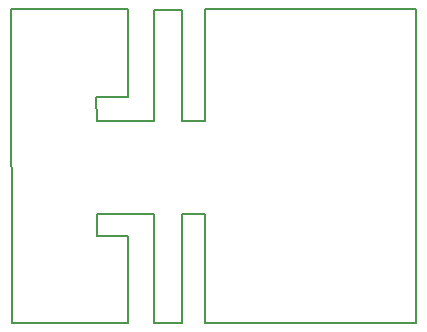
<source format=gbr>
%TF.GenerationSoftware,KiCad,Pcbnew,8.0.1*%
%TF.CreationDate,2024-04-06T18:31:26-05:00*%
%TF.ProjectId,Banana to Screw Terminal,42616e61-6e61-4207-946f-205363726577,2*%
%TF.SameCoordinates,Original*%
%TF.FileFunction,Profile,NP*%
%FSLAX46Y46*%
G04 Gerber Fmt 4.6, Leading zero omitted, Abs format (unit mm)*
G04 Created by KiCad (PCBNEW 8.0.1) date 2024-04-06 18:31:26*
%MOMM*%
%LPD*%
G01*
G04 APERTURE LIST*
%TA.AperFunction,Profile*%
%ADD10C,0.150000*%
%TD*%
G04 APERTURE END LIST*
D10*
X135175000Y-93548200D02*
X132500000Y-93548200D01*
X132517627Y-95590973D01*
X137375000Y-95600000D01*
X137373381Y-86149359D01*
X139775000Y-86150000D01*
X139775012Y-94800000D01*
X139775000Y-95600000D01*
X141732000Y-95600000D01*
X141732000Y-86106000D01*
X159581000Y-86106000D01*
X159581000Y-112699800D01*
X141732000Y-112699800D01*
X141720678Y-103450000D01*
X139725000Y-103450000D01*
X139750000Y-112700000D01*
X137375000Y-112700000D01*
X137375709Y-103432600D01*
X135120000Y-103432600D01*
X132525000Y-103425000D01*
X132525000Y-105300000D01*
X135200000Y-105300000D01*
X135200000Y-112689823D01*
X125331349Y-112689451D01*
X125270200Y-86106000D01*
X135150000Y-86100000D01*
X135175000Y-93548200D01*
M02*

</source>
